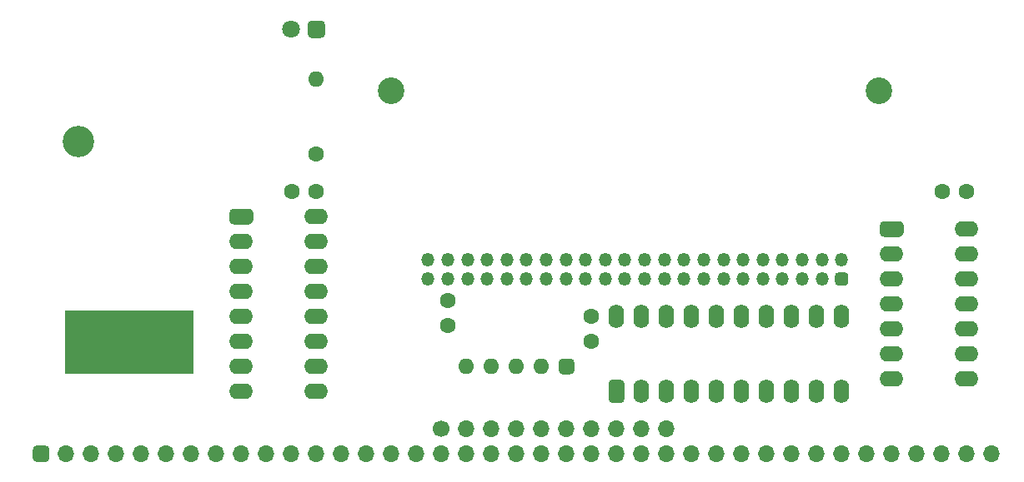
<source format=gbr>
%TF.GenerationSoftware,KiCad,Pcbnew,(5.1.10)-1*%
%TF.CreationDate,2021-07-06T00:11:38-07:00*%
%TF.ProjectId,rc-cfcardh,72632d63-6663-4617-9264-682e6b696361,rev?*%
%TF.SameCoordinates,PX9157080PY9071968*%
%TF.FileFunction,Soldermask,Top*%
%TF.FilePolarity,Negative*%
%FSLAX46Y46*%
G04 Gerber Fmt 4.6, Leading zero omitted, Abs format (unit mm)*
G04 Created by KiCad (PCBNEW (5.1.10)-1) date 2021-07-06 00:11:38*
%MOMM*%
%LPD*%
G01*
G04 APERTURE LIST*
%ADD10C,0.100000*%
%ADD11C,2.700000*%
%ADD12O,1.350000X1.350000*%
%ADD13O,1.700000X1.700000*%
%ADD14C,1.700000*%
%ADD15O,1.600000X2.400000*%
%ADD16C,1.600000*%
%ADD17O,2.400000X1.600000*%
%ADD18O,1.600000X1.600000*%
%ADD19C,1.800000*%
%ADD20C,3.200000*%
G04 APERTURE END LIST*
D10*
G36*
X16637000Y9855200D02*
G01*
X3683000Y9855200D01*
X3683000Y16205200D01*
X16637000Y16205200D01*
X16637000Y9855200D01*
G37*
X16637000Y9855200D02*
X3683000Y9855200D01*
X3683000Y16205200D01*
X16637000Y16205200D01*
X16637000Y9855200D01*
D11*
%TO.C,MNT2*%
X86365000Y38560200D03*
%TD*%
%TO.C,MNT1*%
X36835000Y38560200D03*
%TD*%
D12*
%TO.C,J3*%
X40550000Y21380200D03*
X40550000Y19380200D03*
X42550000Y21380200D03*
X42550000Y19380200D03*
X44550000Y21380200D03*
X44550000Y19380200D03*
X46550000Y21380200D03*
X46550000Y19380200D03*
X48550000Y21380200D03*
X48550000Y19380200D03*
X50550000Y21380200D03*
X50550000Y19380200D03*
X52550000Y21380200D03*
X52550000Y19380200D03*
X54550000Y21380200D03*
X54550000Y19380200D03*
X56550000Y21380200D03*
X56550000Y19380200D03*
X58550000Y21380200D03*
X58550000Y19380200D03*
X60550000Y21380200D03*
X60550000Y19380200D03*
X62550000Y21380200D03*
X62550000Y19380200D03*
X64550000Y21380200D03*
X64550000Y19380200D03*
X66550000Y21380200D03*
X66550000Y19380200D03*
X68550000Y21380200D03*
X68550000Y19380200D03*
X70550000Y21380200D03*
X70550000Y19380200D03*
X72550000Y21380200D03*
X72550000Y19380200D03*
X74550000Y21380200D03*
X74550000Y19380200D03*
X76550000Y21380200D03*
X76550000Y19380200D03*
X78550000Y21380200D03*
X78550000Y19380200D03*
X80550000Y21380200D03*
X80550000Y19380200D03*
X82550000Y21380200D03*
G36*
G01*
X82212500Y20055200D02*
X82887500Y20055200D01*
G75*
G02*
X83225000Y19717700I0J-337500D01*
G01*
X83225000Y19042700D01*
G75*
G02*
X82887500Y18705200I-337500J0D01*
G01*
X82212500Y18705200D01*
G75*
G02*
X81875000Y19042700I0J337500D01*
G01*
X81875000Y19717700D01*
G75*
G02*
X82212500Y20055200I337500J0D01*
G01*
G37*
%TD*%
D13*
%TO.C,J2*%
X64770000Y4140200D03*
X62230000Y4140200D03*
X59690000Y4140200D03*
X57150000Y4140200D03*
X54610000Y4140200D03*
X52070000Y4140200D03*
X49530000Y4140200D03*
X46990000Y4140200D03*
X44450000Y4140200D03*
D14*
X41910000Y4140200D03*
%TD*%
D15*
%TO.C,U3*%
X59690000Y15570200D03*
X82550000Y7950200D03*
X62230000Y15570200D03*
X80010000Y7950200D03*
X64770000Y15570200D03*
X77470000Y7950200D03*
X67310000Y15570200D03*
X74930000Y7950200D03*
X69850000Y15570200D03*
X72390000Y7950200D03*
X72390000Y15570200D03*
X69850000Y7950200D03*
X74930000Y15570200D03*
X67310000Y7950200D03*
X77470000Y15570200D03*
X64770000Y7950200D03*
X80010000Y15570200D03*
X62230000Y7950200D03*
X82550000Y15570200D03*
G36*
G01*
X60090000Y6750200D02*
X59290000Y6750200D01*
G75*
G02*
X58890000Y7150200I0J400000D01*
G01*
X58890000Y8750200D01*
G75*
G02*
X59290000Y9150200I400000J0D01*
G01*
X60090000Y9150200D01*
G75*
G02*
X60490000Y8750200I0J-400000D01*
G01*
X60490000Y7150200D01*
G75*
G02*
X60090000Y6750200I-400000J0D01*
G01*
G37*
%TD*%
D16*
%TO.C,C4*%
X42545000Y14657700D03*
X42545000Y17157700D03*
%TD*%
%TO.C,C3*%
X57150000Y13070200D03*
X57150000Y15570200D03*
%TD*%
%TO.C,C2*%
X92750000Y28270200D03*
X95250000Y28270200D03*
%TD*%
%TO.C,C1*%
X26710000Y28270200D03*
X29210000Y28270200D03*
%TD*%
D17*
%TO.C,U2*%
X95250000Y24460200D03*
X87630000Y9220200D03*
X95250000Y21920200D03*
X87630000Y11760200D03*
X95250000Y19380200D03*
X87630000Y14300200D03*
X95250000Y16840200D03*
X87630000Y16840200D03*
X95250000Y14300200D03*
X87630000Y19380200D03*
X95250000Y11760200D03*
X87630000Y21920200D03*
X95250000Y9220200D03*
G36*
G01*
X86430000Y24060200D02*
X86430000Y24860200D01*
G75*
G02*
X86830000Y25260200I400000J0D01*
G01*
X88430000Y25260200D01*
G75*
G02*
X88830000Y24860200I0J-400000D01*
G01*
X88830000Y24060200D01*
G75*
G02*
X88430000Y23660200I-400000J0D01*
G01*
X86830000Y23660200D01*
G75*
G02*
X86430000Y24060200I0J400000D01*
G01*
G37*
%TD*%
D18*
%TO.C,RN1*%
X44450000Y10490200D03*
X46990000Y10490200D03*
X49530000Y10490200D03*
X52070000Y10490200D03*
G36*
G01*
X55410000Y10890200D02*
X55410000Y10090200D01*
G75*
G02*
X55010000Y9690200I-400000J0D01*
G01*
X54210000Y9690200D01*
G75*
G02*
X53810000Y10090200I0J400000D01*
G01*
X53810000Y10890200D01*
G75*
G02*
X54210000Y11290200I400000J0D01*
G01*
X55010000Y11290200D01*
G75*
G02*
X55410000Y10890200I0J-400000D01*
G01*
G37*
%TD*%
%TO.C,R1*%
X29210000Y39700200D03*
D16*
X29210000Y32080200D03*
%TD*%
D19*
%TO.C,D1*%
X26670000Y44780200D03*
G36*
G01*
X30110000Y45230200D02*
X30110000Y44330200D01*
G75*
G02*
X29660000Y43880200I-450000J0D01*
G01*
X28760000Y43880200D01*
G75*
G02*
X28310000Y44330200I0J450000D01*
G01*
X28310000Y45230200D01*
G75*
G02*
X28760000Y45680200I450000J0D01*
G01*
X29660000Y45680200D01*
G75*
G02*
X30110000Y45230200I0J-450000D01*
G01*
G37*
%TD*%
D17*
%TO.C,U1*%
X29210000Y25730200D03*
X21590000Y7950200D03*
X29210000Y23190200D03*
X21590000Y10490200D03*
X29210000Y20650200D03*
X21590000Y13030200D03*
X29210000Y18110200D03*
X21590000Y15570200D03*
X29210000Y15570200D03*
X21590000Y18110200D03*
X29210000Y13030200D03*
X21590000Y20650200D03*
X29210000Y10490200D03*
X21590000Y23190200D03*
X29210000Y7950200D03*
G36*
G01*
X20390000Y25330200D02*
X20390000Y26130200D01*
G75*
G02*
X20790000Y26530200I400000J0D01*
G01*
X22390000Y26530200D01*
G75*
G02*
X22790000Y26130200I0J-400000D01*
G01*
X22790000Y25330200D01*
G75*
G02*
X22390000Y24930200I-400000J0D01*
G01*
X20790000Y24930200D01*
G75*
G02*
X20390000Y25330200I0J400000D01*
G01*
G37*
%TD*%
D13*
%TO.C,J1*%
X97790000Y1600200D03*
X95250000Y1600200D03*
X92710000Y1600200D03*
X90170000Y1600200D03*
X87630000Y1600200D03*
X85090000Y1600200D03*
X82550000Y1600200D03*
X80010000Y1600200D03*
X77470000Y1600200D03*
X74930000Y1600200D03*
X72390000Y1600200D03*
X69850000Y1600200D03*
X67310000Y1600200D03*
X64770000Y1600200D03*
X62230000Y1600200D03*
X59690000Y1600200D03*
X57150000Y1600200D03*
X54610000Y1600200D03*
X52070000Y1600200D03*
X49530000Y1600200D03*
X46990000Y1600200D03*
X44450000Y1600200D03*
X41910000Y1600200D03*
X39370000Y1600200D03*
X36830000Y1600200D03*
X34290000Y1600200D03*
X31750000Y1600200D03*
X29210000Y1600200D03*
X26670000Y1600200D03*
X24130000Y1600200D03*
X21590000Y1600200D03*
X19050000Y1600200D03*
X16510000Y1600200D03*
X13970000Y1600200D03*
X11430000Y1600200D03*
X8890000Y1600200D03*
X6350000Y1600200D03*
X3810000Y1600200D03*
G36*
G01*
X1695000Y750200D02*
X845000Y750200D01*
G75*
G02*
X420000Y1175200I0J425000D01*
G01*
X420000Y2025200D01*
G75*
G02*
X845000Y2450200I425000J0D01*
G01*
X1695000Y2450200D01*
G75*
G02*
X2120000Y2025200I0J-425000D01*
G01*
X2120000Y1175200D01*
G75*
G02*
X1695000Y750200I-425000J0D01*
G01*
G37*
%TD*%
D20*
%TO.C,*%
X5080000Y33350200D03*
%TD*%
M02*

</source>
